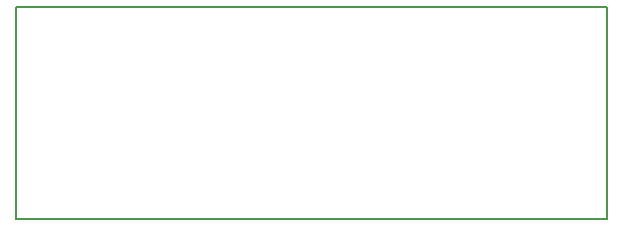
<source format=gm1>
%TF.GenerationSoftware,KiCad,Pcbnew,(7.0.0-0)*%
%TF.CreationDate,2023-08-09T13:49:59+02:00*%
%TF.ProjectId,shine-usb-c,7368696e-652d-4757-9362-2d632e6b6963,1*%
%TF.SameCoordinates,Original*%
%TF.FileFunction,Profile,NP*%
%FSLAX46Y46*%
G04 Gerber Fmt 4.6, Leading zero omitted, Abs format (unit mm)*
G04 Created by KiCad (PCBNEW (7.0.0-0)) date 2023-08-09 13:49:59*
%MOMM*%
%LPD*%
G01*
G04 APERTURE LIST*
%TA.AperFunction,Profile*%
%ADD10C,0.200000*%
%TD*%
G04 APERTURE END LIST*
D10*
X128000000Y-87000000D02*
X178000000Y-87000000D01*
X178000000Y-87000000D02*
X178000000Y-105000000D01*
X178000000Y-105000000D02*
X128000000Y-105000000D01*
X128000000Y-105000000D02*
X128000000Y-87000000D01*
M02*

</source>
